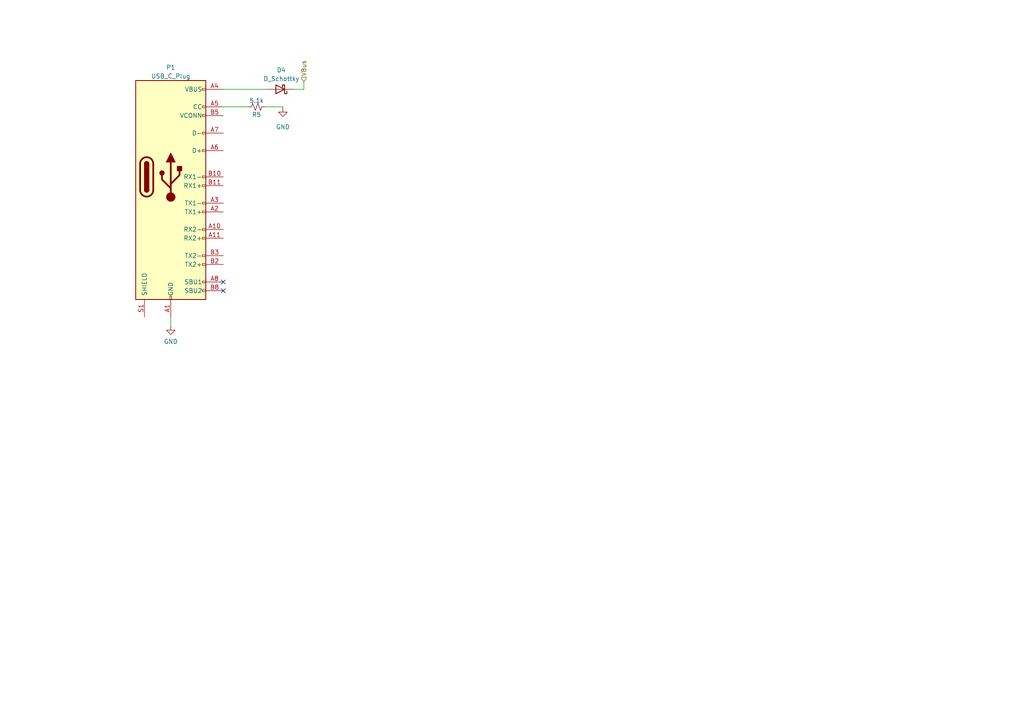
<source format=kicad_sch>
(kicad_sch (version 20230121) (generator eeschema)
  (paper "A4")
  (lib_symbols
    (symbol "Connector:USB_C_Plug" (pin_names (offset 1.016))
      (property "Reference" "P" (at -10.16 29.21 0))
      (property "Value" "USB_C_Plug" (at 10.16 29.21 0))
      (symbol "USB_C_Plug_0_0"
        (rectangle (start -0.254 -35.56) (end 0.254 -34.544))
        (rectangle (start 10.16 -32.766) (end 9.144 -33.274))
        (rectangle (start 10.16 -30.226) (end 9.144 -30.734))
        (rectangle (start 10.16 -25.146) (end 9.144 -25.654))
        (rectangle (start 10.16 -22.606) (end 9.144 -23.114))
        (rectangle (start 10.16 -17.526) (end 9.144 -18.034))
        (rectangle (start 10.16 -14.986) (end 9.144 -15.494))
        (rectangle (start 10.16 -9.906) (end 9.144 -10.414))
        (rectangle (start 10.16 -7.366) (end 9.144 -7.874))
        (rectangle (start 10.16 -2.286) (end 9.144 -2.794))
        (rectangle (start 10.16 0.254) (end 9.144 -0.254))
        (rectangle (start 10.16 7.874) (end 9.144 7.366))
        (rectangle (start 10.16 12.954) (end 9.144 12.446))
        (rectangle (start 10.16 18.034) (end 9.144 17.526))
        (rectangle (start 10.16 20.574) (end 9.144 20.066))
        (rectangle (start 10.16 25.654) (end 9.144 25.146))
      )
      (symbol "USB_C_Plug_0_1"
        (rectangle (start -10.16 27.94) (end 10.16 -35.56) (stroke (width 0.254)) (fill (type background)))
        (arc (start -8.89 -3.81) (mid -6.985 -5.7067) (end -5.08 -3.81) (stroke (width 0.508)))
        (arc (start -7.62 -3.81) (mid -6.985 -4.4423) (end -6.35 -3.81) (stroke (width 0.254)))
        (arc (start -7.62 -3.81) (mid -6.985 -4.4423) (end -6.35 -3.81) (stroke (width 0.254)) (fill (type outline)))
        (rectangle (start -7.62 -3.81) (end -6.35 3.81) (stroke (width 0.254)) (fill (type outline)))
        (arc (start -6.35 3.81) (mid -6.985 4.4423) (end -7.62 3.81) (stroke (width 0.254)))
        (arc (start -6.35 3.81) (mid -6.985 4.4423) (end -7.62 3.81) (stroke (width 0.254)) (fill (type outline)))
        (arc (start -5.08 3.81) (mid -6.985 5.7067) (end -8.89 3.81) (stroke (width 0.508)))
        (polyline (pts (xy -8.89 -3.81) (xy -8.89 3.81)) (stroke (width 0.508)))
        (polyline (pts (xy -5.08 3.81) (xy -5.08 -3.81)) (stroke (width 0.508)))
      )
      (symbol "USB_C_Plug_1_1"
        (circle (center -2.54 1.143) (radius 0.635) (stroke (width 0.254)) (fill (type outline)))
        (circle (center 0 -5.842) (radius 1.27) (fill (type outline)))
        (polyline (pts (xy 0 -5.842) (xy 0 4.318)) (stroke (width 0.508)))
        (polyline (pts (xy 0 -3.302) (xy -2.54 -0.762) (xy -2.54 0.508)) (stroke (width 0.508)))
        (polyline (pts (xy 0 -2.032) (xy 2.54 0.508) (xy 2.54 1.778)) (stroke (width 0.508)))
        (polyline (pts (xy -1.27 4.318) (xy 0 6.858) (xy 1.27 4.318) (xy -1.27 4.318)) (stroke (width 0.254)) (fill (type outline)))
        (rectangle (start 1.905 1.778) (end 3.175 3.048) (stroke (width 0.254)) (fill (type outline)))
        (pin passive line (at 0 -40.64 90) (length 5.08) (name "GND") (number "A1"))
        (pin bidirectional line (at 15.24 -15.24 180) (length 5.08) (name "RX2-") (number "A10"))
        (pin bidirectional line (at 15.24 -17.78 180) (length 5.08) (name "RX2+") (number "A11"))
        (pin passive line (at 0 -40.64 90) (length 5.08) hide (name "GND") (number "A12"))
        (pin bidirectional line (at 15.24 -10.16 180) (length 5.08) (name "TX1+") (number "A2"))
        (pin bidirectional line (at 15.24 -7.62 180) (length 5.08) (name "TX1-") (number "A3"))
        (pin passive line (at 15.24 25.4 180) (length 5.08) (name "VBUS") (number "A4"))
        (pin bidirectional line (at 15.24 20.32 180) (length 5.08) (name "CC") (number "A5"))
        (pin bidirectional line (at 15.24 7.62 180) (length 5.08) (name "D+") (number "A6"))
        (pin bidirectional line (at 15.24 12.7 180) (length 5.08) (name "D-") (number "A7"))
        (pin bidirectional line (at 15.24 -30.48 180) (length 5.08) (name "SBU1") (number "A8"))
        (pin passive line (at 15.24 25.4 180) (length 5.08) hide (name "VBUS") (number "A9"))
        (pin passive line (at 0 -40.64 90) (length 5.08) hide (name "GND") (number "B1"))
        (pin bidirectional line (at 15.24 0 180) (length 5.08) (name "RX1-") (number "B10"))
        (pin bidirectional line (at 15.24 -2.54 180) (length 5.08) (name "RX1+") (number "B11"))
        (pin passive line (at 0 -40.64 90) (length 5.08) hide (name "GND") (number "B12"))
        (pin bidirectional line (at 15.24 -25.4 180) (length 5.08) (name "TX2+") (number "B2"))
        (pin bidirectional line (at 15.24 -22.86 180) (length 5.08) (name "TX2-") (number "B3"))
        (pin passive line (at 15.24 25.4 180) (length 5.08) hide (name "VBUS") (number "B4"))
        (pin bidirectional line (at 15.24 17.78 180) (length 5.08) (name "VCONN") (number "B5"))
        (pin bidirectional line (at 15.24 -33.02 180) (length 5.08) (name "SBU2") (number "B8"))
        (pin passive line (at 15.24 25.4 180) (length 5.08) hide (name "VBUS") (number "B9"))
        (pin passive line (at -7.62 -40.64 90) (length 5.08) (name "SHIELD") (number "S1"))
      )
    )
    (symbol "Device:D_Schottky" (pin_numbers hide) (pin_names (offset 1.016) hide)
      (property "Reference" "D" (at 0 2.54 0))
      (property "Value" "D_Schottky" (at 0 -2.54 0))
      (symbol "D_Schottky_0_1"
        (polyline (pts (xy 1.27 0) (xy -1.27 0)))
        (polyline (pts (xy 1.27 1.27) (xy 1.27 -1.27) (xy -1.27 0) (xy 1.27 1.27)) (stroke (width 0.254)))
        (polyline (pts (xy -1.905 0.635) (xy -1.905 1.27) (xy -1.27 1.27) (xy -1.27 -1.27) (xy -0.635 -1.27) (xy -0.635 -0.635)) (stroke (width 0.254)))
      )
      (symbol "D_Schottky_1_1"
        (pin passive line (at -3.81 0 0) (length 2.54) (name "K") (number "1"))
        (pin passive line (at 3.81 0 180) (length 2.54) (name "A") (number "2"))
      )
    )
    (symbol "Device:R_Small_US" (pin_numbers hide) (pin_names (offset 0.254) hide)
      (property "Reference" "R" (at 0.762 0.508 0))
      (property "Value" "R_Small_US" (at 0.762 -1.016 0))
      (symbol "R_Small_US_1_1"
        (polyline (pts (xy 0 0) (xy 1.016 -0.381) (xy 0 -0.762) (xy -1.016 -1.143) (xy 0 -1.524)))
        (polyline (pts (xy 0 1.524) (xy 1.016 1.143) (xy 0 0.762) (xy -1.016 0.381) (xy 0 0)))
        (pin passive line (at 0 2.54 270) (length 1.016) (name "~") (number "1"))
        (pin passive line (at 0 -2.54 90) (length 1.016) (name "~") (number "2"))
      )
    )
    (symbol "power:GND" (power) (pin_names (offset 0))
      (property "Value" "GND" (at 0 -3.81 0))
      (symbol "GND_0_1"
        (polyline (pts (xy 0 0) (xy 0 -1.27) (xy 1.27 -1.27) (xy 0 -2.54) (xy -1.27 -1.27) (xy 0 -1.27)))
      )
      (symbol "GND_1_1"
        (pin power_in line (at 0 0 270) (length 0) hide (name "GND") (number "1"))
      )
    )
  )
  (no_connect (at 64.77 81.788))
  (no_connect (at 64.77 84.328))
  (wire (pts (xy 82.042 30.988) (xy 76.962 30.988)))
  (wire (pts (xy 82.042 30.988) (xy 82.042 31.242)))
  (wire (pts (xy 88.138 25.908) (xy 88.138 23.622)))
  (wire (pts (xy 64.77 25.908) (xy 77.47 25.908)))
  (wire (pts (xy 49.53 91.948) (xy 49.53 94.488)))
  (wire (pts (xy 85.09 25.908) (xy 88.138 25.908)))
  (wire (pts (xy 64.77 30.988) (xy 71.882 30.988)))
  (hierarchical_label "VBus" (shape input) (at 88.138 23.622 90))
  (symbol (lib_id "power:GND") (at 82.042 31.242 0) (unit 1)
    (property "Reference" "#PWR014" (effects hide))
    (property "Value" "GND" (at 82.042 36.83 0))
  )
  (symbol (lib_id "power:GND") (at 49.53 94.488 0) (unit 1)
    (property "Reference" "#PWR06" (effects hide))
    (property "Value" "GND" (at 49.53 99.06 0))
  )
  (symbol (lib_id "Device:R_Small_US") (at 74.422 30.988 90) (unit 1)
    (property "Reference" "R5" (at 74.422 33.274 90))
    (property "Value" "5.1k" (at 74.422 29.21 90))
  )
  (symbol (lib_id "Connector:USB_C_Plug") (at 49.53 51.308 0) (unit 1)
    (property "Reference" "P1" (at 49.53 19.558 0))
    (property "Value" "USB_C_Plug" (at 49.53 22.098 0))
    (property "Datasheet" "https://www.usb.org/sites/default/files/documents/usb_type-c.zip" (effects hide))
  )
  (symbol (lib_id "Device:D_Schottky") (at 81.28 25.908 180) (unit 1)
    (property "Reference" "D4" (at 81.5975 20.32 0))
    (property "Value" "D_Schottky" (at 81.5975 22.86 0))
  )
)
</source>
